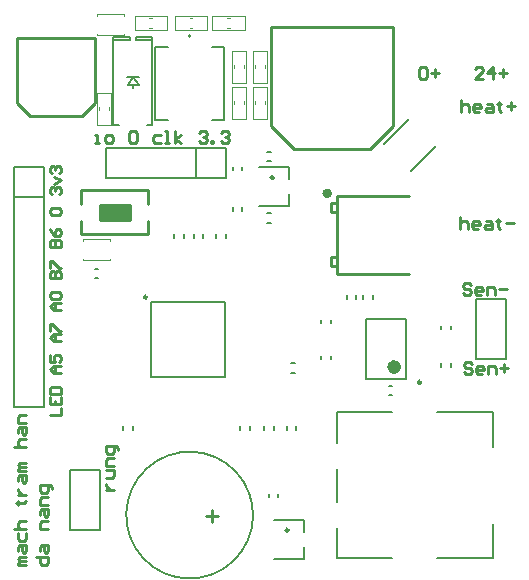
<source format=gto>
G04*
G04 #@! TF.GenerationSoftware,Altium Limited,Altium Designer,21.3.2 (30)*
G04*
G04 Layer_Color=65535*
%FSTAX25Y25*%
%MOIN*%
G70*
G04*
G04 #@! TF.SameCoordinates,0A4AD645-AEA6-451A-A6B0-79CA1E045321*
G04*
G04*
G04 #@! TF.FilePolarity,Positive*
G04*
G01*
G75*
%ADD10C,0.00984*%
%ADD11C,0.00394*%
%ADD12C,0.01575*%
%ADD13C,0.02362*%
%ADD14C,0.00800*%
%ADD15C,0.00787*%
%ADD16C,0.01000*%
%ADD17C,0.00500*%
%ADD18C,0.00400*%
%ADD19R,0.10000X0.05000*%
D10*
X0332319Y0297173D02*
G03*
X0332319Y0297173I-0000492J0D01*
G01*
X0374492Y0336992D02*
G03*
X0374492Y0336992I-0000492J0D01*
G01*
X0423614Y026876D02*
G03*
X0423614Y026876I-0000492J0D01*
G01*
X0379492Y0219492D02*
G03*
X0379492Y0219492I-0000492J0D01*
G01*
D11*
X0309201Y0296614D02*
G03*
X0309201Y0296614I-0000197J0D01*
G01*
D12*
X0393098Y0331743D02*
G03*
X0393098Y0331743I-0000787J0D01*
G01*
D13*
X0415839Y0273898D02*
G03*
X0415839Y0273898I-0001181J0D01*
G01*
D14*
X0331089Y021005D02*
G03*
X033095Y02102I0015387J0014482D01*
G01*
X03795Y03365D02*
Y03405D01*
X03695D02*
X03795D01*
Y03275D02*
Y03315D01*
X03695Y03275D02*
X03795D01*
X03745Y021D02*
X03845D01*
Y0214D01*
X03745Y0223D02*
X03845D01*
Y0219D02*
Y0223D01*
D15*
X0346894Y0384248D02*
G03*
X0346894Y0384248I-0000394J0D01*
G01*
X0333598Y0270598D02*
Y0295402D01*
Y0270598D02*
X0358402D01*
Y0295402D01*
X0333598D02*
X0358402D01*
X0442Y02765D02*
Y02965D01*
Y02765D02*
X0452D01*
Y02965D01*
X0442D02*
X0452D01*
X0420348Y03393D02*
X04287Y0347652D01*
X04113Y0348348D02*
X0419652Y03567D01*
X03485Y0337D02*
Y0347D01*
X03585Y0337D02*
Y0347D01*
X03185Y0337D02*
X03585D01*
X03185Y0347D02*
X03585D01*
X03185Y0337D02*
Y0347D01*
X03275Y0367032D02*
Y0367819D01*
Y0370575D02*
Y0370969D01*
X0325925Y0367819D02*
X0329468D01*
X03275Y0370575D02*
X0329468Y0367819D01*
X0325925D02*
X03275Y0370575D01*
X0325532D02*
X0329468D01*
X03285Y0383764D02*
X0334D01*
Y03545D02*
Y0383764D01*
X03285Y0383D02*
Y0383764D01*
Y0383D02*
X0334D01*
X0321D02*
X03265D01*
Y0383764D01*
X0332126Y03545D02*
X0334D01*
X0321Y0383764D02*
X03265D01*
X0321Y03545D02*
X0322874D01*
X0321D02*
Y0383764D01*
X0298Y02605D02*
Y03405D01*
X0288D02*
X0298D01*
X0288Y02605D02*
Y03405D01*
Y02605D02*
X0298D01*
X0288Y03305D02*
X0298D01*
X03065Y02195D02*
Y02395D01*
Y02195D02*
X03165D01*
Y02395D01*
X03065D02*
X03165D01*
X0447484Y021009D02*
Y0221705D01*
Y0247295D02*
Y025891D01*
X042898Y021009D02*
X0447484D01*
X0395516D02*
X041402D01*
X0395516D02*
Y0220327D01*
Y0228988D02*
Y0240012D01*
Y0248673D02*
Y025891D01*
X041402D01*
X042898D02*
X0447484D01*
X0418595Y0269961D02*
Y0290039D01*
X0405406Y0269961D02*
Y0290039D01*
Y0269961D02*
X0418595D01*
X0405406Y0290039D02*
X0418595D01*
D16*
X0373724Y0387276D02*
X0414276D01*
X0373724Y0354276D02*
X0381276Y0346724D01*
X0373724Y0354276D02*
Y0387276D01*
X0381276Y0346724D02*
X0406724D01*
X0414276Y0354276D01*
Y0387276D01*
X03104Y03283D02*
Y03328D01*
Y03182D02*
Y03227D01*
X03265Y0323D02*
Y0328D01*
X03165D02*
X03265D01*
X03165Y0323D02*
Y0328D01*
Y0323D02*
X03265D01*
X03104Y03182D02*
X03326D01*
X03104Y03328D02*
X03326D01*
Y03283D02*
Y03328D01*
Y03182D02*
Y03227D01*
X0289008Y038341D02*
X0314992D01*
X0289008Y0361756D02*
X0293339Y0357425D01*
X0289008Y0361756D02*
Y038341D01*
X0293339Y0357425D02*
X0310661D01*
X0314992Y0361756D01*
Y038341D01*
X0395559Y0330955D02*
X0402129D01*
X0395559Y030497D02*
Y0330955D01*
Y030497D02*
X0402129D01*
X0393713Y0325443D02*
X0395559D01*
X0393713Y0328396D02*
X0395559D01*
X0393713Y0325443D02*
Y0328396D01*
X0393713Y0310396D02*
X0395559D01*
X0393713Y0307443D02*
Y0310396D01*
Y0307443D02*
X0395559D01*
X0402129Y030497D02*
X0419575D01*
X0402129Y0330955D02*
X0419575D01*
X0291969Y0208D02*
X0289303D01*
Y0208666D01*
X0289969Y0209333D01*
X0291969D01*
X0289969D01*
X0289303Y0209999D01*
X0289969Y0210666D01*
X0291969D01*
X0289303Y0212665D02*
Y0213998D01*
X0289969Y0214665D01*
X0291969D01*
Y0212665D01*
X0291302Y0211999D01*
X0290636Y0212665D01*
Y0214665D01*
X0289303Y0218663D02*
Y0216664D01*
X0289969Y0215997D01*
X0291302D01*
X0291969Y0216664D01*
Y0218663D01*
X028797Y0219996D02*
X0291969D01*
X0289969D01*
X0289303Y0220663D01*
Y0221995D01*
X0289969Y0222662D01*
X0291969D01*
X0288636Y022866D02*
X0289303D01*
Y0227994D01*
Y0229327D01*
Y022866D01*
X0291302D01*
X0291969Y0229327D01*
X0289303Y0231326D02*
X0291969D01*
X0290636D01*
X0289969Y0231992D01*
X0289303Y0232659D01*
Y0233325D01*
Y0235991D02*
Y0237324D01*
X0289969Y023799D01*
X0291969D01*
Y0235991D01*
X0291302Y0235325D01*
X0290636Y0235991D01*
Y023799D01*
X0291969Y0239323D02*
X0289303D01*
Y023999D01*
X0289969Y0240656D01*
X0291969D01*
X0289969D01*
X0289303Y0241323D01*
X0289969Y0241989D01*
X0291969D01*
X028797Y0247321D02*
X0291969D01*
X0289969D01*
X0289303Y0247987D01*
Y024932D01*
X0289969Y0249987D01*
X0291969D01*
X0289303Y0251986D02*
Y0253319D01*
X0289969Y0253985D01*
X0291969D01*
Y0251986D01*
X0291302Y0251319D01*
X0290636Y0251986D01*
Y0253985D01*
X0291969Y0255318D02*
X0289303D01*
Y0257317D01*
X0289969Y0257984D01*
X0291969D01*
X0295168Y0210666D02*
X0299167D01*
Y0208666D01*
X0298501Y0208D01*
X0297168D01*
X0296501Y0208666D01*
Y0210666D01*
Y0212665D02*
Y0213998D01*
X0297168Y0214665D01*
X0299167D01*
Y0212665D01*
X0298501Y0211999D01*
X0297834Y0212665D01*
Y0214665D01*
X0299167Y0219996D02*
X0296501D01*
Y0221995D01*
X0297168Y0222662D01*
X0299167D01*
X0296501Y0224661D02*
Y0225994D01*
X0297168Y0226661D01*
X0299167D01*
Y0224661D01*
X0298501Y0223995D01*
X0297834Y0224661D01*
Y0226661D01*
X0299167Y0227994D02*
X0296501D01*
Y0229993D01*
X0297168Y0230659D01*
X0299167D01*
X03005Y0233325D02*
Y0233992D01*
X0299834Y0234658D01*
X0296501D01*
Y0232659D01*
X0297168Y0231992D01*
X0298501D01*
X0299167Y0232659D01*
Y0234658D01*
X0318501Y0233D02*
X0321167D01*
X0319834D01*
X0319168Y0233666D01*
X0318501Y0234333D01*
Y0234999D01*
Y0236999D02*
X0320501D01*
X0321167Y0237665D01*
Y0239665D01*
X0318501D01*
X0321167Y0240997D02*
X0318501D01*
Y0242997D01*
X0319168Y0243663D01*
X0321167D01*
X03225Y0246329D02*
Y0246995D01*
X0321834Y0247662D01*
X0318501D01*
Y0245663D01*
X0319168Y0244996D01*
X0320501D01*
X0321167Y0245663D01*
Y0247662D01*
X0440166Y0301332D02*
X0439499Y0301999D01*
X0438166D01*
X04375Y0301332D01*
Y0300666D01*
X0438166Y0299999D01*
X0439499D01*
X0440166Y0299333D01*
Y0298666D01*
X0439499Y0298D01*
X0438166D01*
X04375Y0298666D01*
X0443498Y0298D02*
X0442165D01*
X0441499Y0298666D01*
Y0299999D01*
X0442165Y0300666D01*
X0443498D01*
X0444165Y0299999D01*
Y0299333D01*
X0441499D01*
X0445497Y0298D02*
Y0300666D01*
X0447497D01*
X0448163Y0299999D01*
Y0298D01*
X0449496Y0299999D02*
X0452162D01*
X0440666Y0274832D02*
X0439999Y0275499D01*
X0438666D01*
X0438Y0274832D01*
Y0274166D01*
X0438666Y0273499D01*
X0439999D01*
X0440666Y0272833D01*
Y0272166D01*
X0439999Y02715D01*
X0438666D01*
X0438Y0272166D01*
X0443998Y02715D02*
X0442665D01*
X0441999Y0272166D01*
Y0273499D01*
X0442665Y0274166D01*
X0443998D01*
X0444664Y0273499D01*
Y0272833D01*
X0441999D01*
X0445997Y02715D02*
Y0274166D01*
X0447997D01*
X0448663Y0273499D01*
Y02715D01*
X0449996Y0273499D02*
X0452662D01*
X0451329Y0274832D02*
Y0272166D01*
X04365Y0323999D02*
Y032D01*
Y0321999D01*
X0437166Y0322666D01*
X0438499D01*
X0439166Y0321999D01*
Y032D01*
X0442498D02*
X0441165D01*
X0440499Y0320666D01*
Y0321999D01*
X0441165Y0322666D01*
X0442498D01*
X0443164Y0321999D01*
Y0321333D01*
X0440499D01*
X0445164Y0322666D02*
X0446497D01*
X0447163Y0321999D01*
Y032D01*
X0445164D01*
X0444497Y0320666D01*
X0445164Y0321333D01*
X0447163D01*
X0449163Y0323332D02*
Y0322666D01*
X0448496D01*
X0449829D01*
X0449163D01*
Y0320666D01*
X0449829Y032D01*
X0451828Y0321999D02*
X0454494D01*
X0437Y0362999D02*
Y0359D01*
Y0360999D01*
X0437666Y0361666D01*
X0438999D01*
X0439666Y0360999D01*
Y0359D01*
X0442998D02*
X0441665D01*
X0440999Y0359666D01*
Y0360999D01*
X0441665Y0361666D01*
X0442998D01*
X0443665Y0360999D01*
Y0360333D01*
X0440999D01*
X0445664Y0361666D02*
X0446997D01*
X0447663Y0360999D01*
Y0359D01*
X0445664D01*
X0444997Y0359666D01*
X0445664Y0360333D01*
X0447663D01*
X0449663Y0362332D02*
Y0361666D01*
X0448996D01*
X0450329D01*
X0449663D01*
Y0359666D01*
X0450329Y0359D01*
X0452328Y0360999D02*
X0454994D01*
X0453661Y0362332D02*
Y0359666D01*
X0423Y0373332D02*
X0423666Y0373999D01*
X0424999D01*
X0425666Y0373332D01*
Y0370666D01*
X0424999Y037D01*
X0423666D01*
X0423Y0370666D01*
Y0373332D01*
X0426999Y0371999D02*
X0429665D01*
X0428332Y0373332D02*
Y0370666D01*
X0444166Y037D02*
X04415D01*
X0444166Y0372666D01*
Y0373332D01*
X0443499Y0373999D01*
X0442166D01*
X04415Y0373332D01*
X0447498Y037D02*
Y0373999D01*
X0445499Y0371999D01*
X0448165D01*
X0449497D02*
X0452163D01*
X045083Y0373332D02*
Y0370666D01*
X0315Y03485D02*
X0316333D01*
X0315666D01*
Y0351166D01*
X0315D01*
X0318999Y03485D02*
X0320332D01*
X0320998Y0349166D01*
Y0350499D01*
X0320332Y0351166D01*
X0318999D01*
X0318332Y0350499D01*
Y0349166D01*
X0318999Y03485D01*
X032633Y0351832D02*
X0326996Y0352499D01*
X0328329D01*
X0328995Y0351832D01*
Y0349166D01*
X0328329Y03485D01*
X0326996D01*
X032633Y0349166D01*
Y0351832D01*
X0336993Y0351166D02*
X0334994D01*
X0334327Y0350499D01*
Y0349166D01*
X0334994Y03485D01*
X0336993D01*
X0338326D02*
X0339659D01*
X0338992D01*
Y0352499D01*
X0338326D01*
X0341658Y03485D02*
Y0352499D01*
Y0349833D02*
X0343657Y0351166D01*
X0341658Y0349833D02*
X0343657Y03485D01*
X0349656Y0351832D02*
X0350322Y0352499D01*
X0351655D01*
X0352321Y0351832D01*
Y0351166D01*
X0351655Y0350499D01*
X0350988D01*
X0351655D01*
X0352321Y0349833D01*
Y0349166D01*
X0351655Y03485D01*
X0350322D01*
X0349656Y0349166D01*
X0353654Y03485D02*
Y0349166D01*
X0354321D01*
Y03485D01*
X0353654D01*
X0356986Y0351832D02*
X0357653Y0352499D01*
X0358986D01*
X0359652Y0351832D01*
Y0351166D01*
X0358986Y0350499D01*
X0358319D01*
X0358986D01*
X0359652Y0349833D01*
Y0349166D01*
X0358986Y03485D01*
X0357653D01*
X0356986Y0349166D01*
X0300001Y0258D02*
X03035D01*
Y0260333D01*
X0300001Y0263831D02*
Y0261499D01*
X03035D01*
Y0263831D01*
X0301751Y0261499D02*
Y0262665D01*
X0300001Y0264998D02*
X03035D01*
Y0266747D01*
X0302917Y026733D01*
X0300584D01*
X0300001Y0266747D01*
Y0264998D01*
X03035Y0271995D02*
X0301167D01*
X0300001Y0273162D01*
X0301167Y0274328D01*
X03035D01*
X0301751D01*
Y0271995D01*
X0300001Y0277827D02*
Y0275494D01*
X0301751D01*
X0301167Y0276661D01*
Y0277244D01*
X0301751Y0277827D01*
X0302917D01*
X03035Y0277244D01*
Y0276078D01*
X0302917Y0275494D01*
X03035Y0282492D02*
X0301167D01*
X0300001Y0283658D01*
X0301167Y0284825D01*
X03035D01*
X0301751D01*
Y0282492D01*
X0300001Y0285991D02*
Y0288323D01*
X0300584D01*
X0302917Y0285991D01*
X03035D01*
Y0292989D02*
X0301167D01*
X0300001Y0294155D01*
X0301167Y0295321D01*
X03035D01*
X0301751D01*
Y0292989D01*
X0300584Y0296488D02*
X0300001Y0297071D01*
Y0298237D01*
X0300584Y029882D01*
X0302917D01*
X03035Y0298237D01*
Y0297071D01*
X0302917Y0296488D01*
X0300584D01*
X0300001Y0303485D02*
X03035D01*
Y0305235D01*
X0302917Y0305818D01*
X0302334D01*
X0301751Y0305235D01*
Y0303485D01*
Y0305235D01*
X0301167Y0305818D01*
X0300584D01*
X0300001Y0305235D01*
Y0303485D01*
Y0306984D02*
Y0309317D01*
X0300584D01*
X0302917Y0306984D01*
X03035D01*
X0300001Y0313982D02*
X03035D01*
Y0315731D01*
X0302917Y0316315D01*
X0302334D01*
X0301751Y0315731D01*
Y0313982D01*
Y0315731D01*
X0301167Y0316315D01*
X0300584D01*
X0300001Y0315731D01*
Y0313982D01*
Y0319813D02*
X0300584Y0318647D01*
X0301751Y0317481D01*
X0302917D01*
X03035Y0318064D01*
Y031923D01*
X0302917Y0319813D01*
X0302334D01*
X0301751Y031923D01*
Y0317481D01*
X0300584Y0324479D02*
X0300001Y0325062D01*
Y0326228D01*
X0300584Y0326811D01*
X0302917D01*
X03035Y0326228D01*
Y0325062D01*
X0302917Y0324479D01*
X0300584D01*
Y0331476D02*
X0300001Y0332059D01*
Y0333226D01*
X0300584Y0333809D01*
X0301167D01*
X0301751Y0333226D01*
Y0332643D01*
Y0333226D01*
X0302334Y0333809D01*
X0302917D01*
X03035Y0333226D01*
Y0332059D01*
X0302917Y0331476D01*
X0301167Y0334975D02*
X03035Y0336141D01*
X0301167Y0337308D01*
X0300584Y0338474D02*
X0300001Y0339057D01*
Y0340223D01*
X0300584Y0340807D01*
X0301167D01*
X0301751Y0340223D01*
Y033964D01*
Y0340223D01*
X0302334Y0340807D01*
X0302917D01*
X03035Y0340223D01*
Y0339057D01*
X0302917Y0338474D01*
X035595Y0224301D02*
X0351951D01*
X0353951Y0222302D02*
Y02263D01*
D17*
X03724Y03424D02*
X03736D01*
X03724Y03456D02*
X03736D01*
X03609Y03394D02*
Y03406D01*
X03641Y03394D02*
Y03406D01*
X03446Y03169D02*
Y03181D01*
X03414Y03169D02*
Y03181D01*
X03511Y03169D02*
Y03181D01*
X03479Y03169D02*
Y03181D01*
X03586Y03169D02*
Y03181D01*
X03554Y03169D02*
Y03181D01*
X03634Y02529D02*
Y02541D01*
X03666Y02529D02*
Y02541D01*
X03149Y03066D02*
X03161D01*
X03149Y03034D02*
X03161D01*
X03821Y02529D02*
Y02541D01*
X03789Y02529D02*
Y02541D01*
X03746Y02529D02*
Y02541D01*
X03714Y02529D02*
Y02541D01*
X03804Y02719D02*
X03816D01*
X03804Y02751D02*
X03816D01*
X03904Y02884D02*
Y02896D01*
X03936Y02884D02*
Y02896D01*
X03989Y0296553D02*
Y0297754D01*
X04021Y0296553D02*
Y0297754D01*
X03276Y02529D02*
Y02541D01*
X03244Y02529D02*
Y02541D01*
X03641Y03259D02*
Y03271D01*
X03609Y03259D02*
Y03271D01*
X04044Y0296553D02*
Y0297754D01*
X04076Y0296553D02*
Y0297754D01*
X03904Y02764D02*
Y02776D01*
X03936Y02764D02*
Y02776D01*
X04129Y02644D02*
X04141D01*
X04129Y02676D02*
X04141D01*
X04336Y02739D02*
Y02751D01*
X04304Y02739D02*
Y02751D01*
X04336Y02864D02*
Y02876D01*
X04304Y02864D02*
Y02876D01*
X03724Y03219D02*
X03736D01*
X03724Y03251D02*
X03736D01*
X03729Y02304D02*
Y02316D01*
X03761Y02304D02*
Y02316D01*
X0335083Y0356295D02*
X0339163D01*
X0335083D02*
Y0380705D01*
X0339163D01*
X0353837Y0356295D02*
X0357917D01*
Y0380705D01*
X0353837D02*
X0357917D01*
D18*
X0311Y03095D02*
Y031D01*
Y03095D02*
X032D01*
Y031D01*
X0311Y0316D02*
Y03165D01*
X032D01*
Y0316D02*
Y03165D01*
X03677Y03673D02*
X03723D01*
X03677Y03566D02*
Y03673D01*
Y03566D02*
X03723D01*
Y03673D01*
X03716Y03616D02*
Y03624D01*
X03684Y03616D02*
Y03624D01*
X03282Y03862D02*
Y03908D01*
Y03862D02*
X03389D01*
Y03908D01*
X03282D02*
X03389D01*
X03331Y03901D02*
X03339D01*
X03331Y03869D02*
X03339D01*
X03614Y03616D02*
Y03624D01*
X03646Y03616D02*
Y03624D01*
X03653Y03566D02*
Y03673D01*
X03607Y03566D02*
X03653D01*
X03607D02*
Y03673D01*
X03653D01*
X03164Y03596D02*
Y03604D01*
X03196Y03596D02*
Y03604D01*
X03203Y03546D02*
Y03653D01*
X03157Y03546D02*
X03203D01*
X03157D02*
Y03653D01*
X03203D01*
X03417Y03862D02*
Y03908D01*
Y03862D02*
X03524D01*
Y03908D01*
X03417D02*
X03524D01*
X03466Y03901D02*
X03474D01*
X03466Y03869D02*
X03474D01*
X03155Y03845D02*
Y0385D01*
Y03845D02*
X03245D01*
Y0385D01*
X03155Y0391D02*
Y03915D01*
X03245D01*
Y0391D02*
Y03915D01*
X03614Y03736D02*
Y03744D01*
X03646Y03736D02*
Y03744D01*
X03653Y03686D02*
Y03793D01*
X03607Y03686D02*
X03653D01*
X03607D02*
Y03793D01*
X03653D01*
X03591Y03901D02*
X03599D01*
X03591Y03869D02*
X03599D01*
X03541Y03862D02*
X03648D01*
X03541D02*
Y03908D01*
X03648D01*
Y03862D02*
Y03908D01*
X03684Y03736D02*
Y03744D01*
X03716Y03736D02*
Y03744D01*
X03723Y03686D02*
Y03793D01*
X03677Y03686D02*
X03723D01*
X03677D02*
Y03793D01*
X03723D01*
D19*
X03215Y03255D02*
D03*
M02*

</source>
